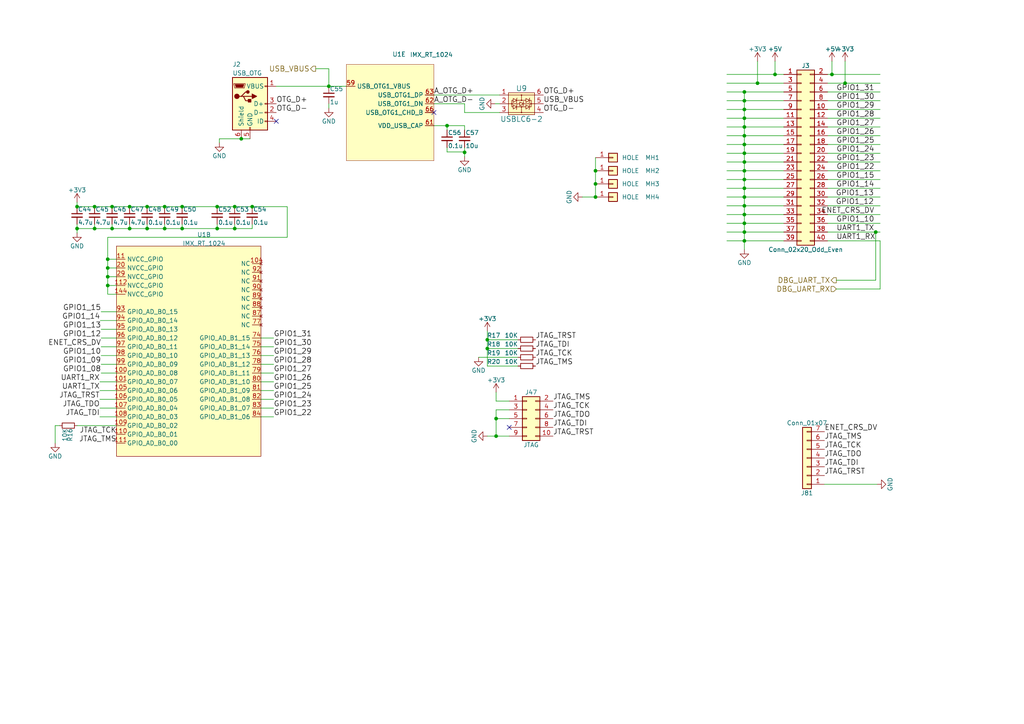
<source format=kicad_sch>
(kicad_sch (version 20211123) (generator eeschema)
  (paper "A4")
  (title_block (title "IMX-RT 1021 in LQFP144 board") (date "2018-07-07") (rev "0.1") (company "CIAA Project"))
  (lib_symbols
    (symbol "Connector:USB_OTG" (pin_names (offset 1.016))
      (property "Reference" "J" (at -5.08 11.43 0))
      (property "Value" "USB_OTG" (at -5.08 8.89 0))
      (symbol "USB_OTG_1_1"
        (pin passive line (at 7.62 5.08 180) (length 2.54) (name "VBUS") (number "1"))
        (pin bidirectional line (at 7.62 -2.54 180) (length 2.54) (name "D-") (number "2"))
        (pin bidirectional line (at 7.62 0 180) (length 2.54) (name "D+") (number "3"))
        (pin passive line (at 7.62 -5.08 180) (length 2.54) (name "ID") (number "4"))
        (pin passive line (at 0 -10.16 90) (length 2.54) (name "GND") (number "5"))
        (pin passive line (at -2.54 -10.16 90) (length 2.54) (name "Shield") (number "6"))
      )
    )
    (symbol "Connector_Generic:Conn_01x01" (pin_names (offset 1.016) hide)
      (property "Reference" "J" (at 0 2.54 0))
      (property "Value" "Conn_01x01" (at 0 -2.54 0))
      (symbol "Conn_01x01_1_1"
        (pin passive line (at -5.08 0 0) (length 3.81) (name "Pin_1") (number "1"))
      )
    )
    (symbol "Connector_Generic:Conn_01x07" (pin_names (offset 1.016) hide)
      (property "Reference" "J" (at 0 10.16 0))
      (property "Value" "Conn_01x07" (at 0 -10.16 0))
      (symbol "Conn_01x07_1_1"
        (pin passive line (at -5.08 7.62 0) (length 3.81) (name "Pin_1") (number "1"))
        (pin passive line (at -5.08 5.08 0) (length 3.81) (name "Pin_2") (number "2"))
        (pin passive line (at -5.08 2.54 0) (length 3.81) (name "Pin_3") (number "3"))
        (pin passive line (at -5.08 0 0) (length 3.81) (name "Pin_4") (number "4"))
        (pin passive line (at -5.08 -2.54 0) (length 3.81) (name "Pin_5") (number "5"))
        (pin passive line (at -5.08 -5.08 0) (length 3.81) (name "Pin_6") (number "6"))
        (pin passive line (at -5.08 -7.62 0) (length 3.81) (name "Pin_7") (number "7"))
      )
    )
    (symbol "Connector_Generic:Conn_02x05_Odd_Even" (pin_names (offset 1.016) hide)
      (property "Reference" "J" (at 1.27 7.62 0))
      (property "Value" "Conn_02x05_Odd_Even" (at 1.27 -7.62 0))
      (symbol "Conn_02x05_Odd_Even_1_1"
        (pin passive line (at -5.08 5.08 0) (length 3.81) (name "Pin_1") (number "1"))
        (pin passive line (at 7.62 -5.08 180) (length 3.81) (name "Pin_10") (number "10"))
        (pin passive line (at 7.62 5.08 180) (length 3.81) (name "Pin_2") (number "2"))
        (pin passive line (at -5.08 2.54 0) (length 3.81) (name "Pin_3") (number "3"))
        (pin passive line (at 7.62 2.54 180) (length 3.81) (name "Pin_4") (number "4"))
        (pin passive line (at -5.08 0 0) (length 3.81) (name "Pin_5") (number "5"))
        (pin passive line (at 7.62 0 180) (length 3.81) (name "Pin_6") (number "6"))
        (pin passive line (at -5.08 -2.54 0) (length 3.81) (name "Pin_7") (number "7"))
        (pin passive line (at 7.62 -2.54 180) (length 3.81) (name "Pin_8") (number "8"))
        (pin passive line (at -5.08 -5.08 0) (length 3.81) (name "Pin_9") (number "9"))
      )
    )
    (symbol "Connector_Generic:Conn_02x20_Odd_Even" (pin_names (offset 1.016) hide)
      (property "Reference" "J" (at 1.27 25.4 0))
      (property "Value" "Conn_02x20_Odd_Even" (at 1.27 -27.94 0))
      (symbol "Conn_02x20_Odd_Even_1_1"
        (pin passive line (at -5.08 22.86 0) (length 3.81) (name "Pin_1") (number "1"))
        (pin passive line (at 7.62 12.7 180) (length 3.81) (name "Pin_10") (number "10"))
        (pin passive line (at -5.08 10.16 0) (length 3.81) (name "Pin_11") (number "11"))
        (pin passive line (at 7.62 10.16 180) (length 3.81) (name "Pin_12") (number "12"))
        (pin passive line (at -5.08 7.62 0) (length 3.81) (name "Pin_13") (number "13"))
        (pin passive line (at 7.62 7.62 180) (length 3.81) (name "Pin_14") (number "14"))
        (pin passive line (at -5.08 5.08 0) (length 3.81) (name "Pin_15") (number "15"))
        (pin passive line (at 7.62 5.08 180) (length 3.81) (name "Pin_16") (number "16"))
        (pin passive line (at -5.08 2.54 0) (length 3.81) (name "Pin_17") (number "17"))
        (pin passive line (at 7.62 2.54 180) (length 3.81) (name "Pin_18") (number "18"))
        (pin passive line (at -5.08 0 0) (length 3.81) (name "Pin_19") (number "19"))
        (pin passive line (at 7.62 22.86 180) (length 3.81) (name "Pin_2") (number "2"))
        (pin passive line (at 7.62 0 180) (length 3.81) (name "Pin_20") (number "20"))
        (pin passive line (at -5.08 -2.54 0) (length 3.81) (name "Pin_21") (number "21"))
        (pin passive line (at 7.62 -2.54 180) (length 3.81) (name "Pin_22") (number "22"))
        (pin passive line (at -5.08 -5.08 0) (length 3.81) (name "Pin_23") (number "23"))
        (pin passive line (at 7.62 -5.08 180) (length 3.81) (name "Pin_24") (number "24"))
        (pin passive line (at -5.08 -7.62 0) (length 3.81) (name "Pin_25") (number "25"))
        (pin passive line (at 7.62 -7.62 180) (length 3.81) (name "Pin_26") (number "26"))
        (pin passive line (at -5.08 -10.16 0) (length 3.81) (name "Pin_27") (number "27"))
        (pin passive line (at 7.62 -10.16 180) (length 3.81) (name "Pin_28") (number "28"))
        (pin passive line (at -5.08 -12.7 0) (length 3.81) (name "Pin_29") (number "29"))
        (pin passive line (at -5.08 20.32 0) (length 3.81) (name "Pin_3") (number "3"))
        (pin passive line (at 7.62 -12.7 180) (length 3.81) (name "Pin_30") (number "30"))
        (pin passive line (at -5.08 -15.24 0) (length 3.81) (name "Pin_31") (number "31"))
        (pin passive line (at 7.62 -15.24 180) (length 3.81) (name "Pin_32") (number "32"))
        (pin passive line (at -5.08 -17.78 0) (length 3.81) (name "Pin_33") (number "33"))
        (pin passive line (at 7.62 -17.78 180) (length 3.81) (name "Pin_34") (number "34"))
        (pin passive line (at -5.08 -20.32 0) (length 3.81) (name "Pin_35") (number "35"))
        (pin passive line (at 7.62 -20.32 180) (length 3.81) (name "Pin_36") (number "36"))
        (pin passive line (at -5.08 -22.86 0) (length 3.81) (name "Pin_37") (number "37"))
        (pin passive line (at 7.62 -22.86 180) (length 3.81) (name "Pin_38") (number "38"))
        (pin passive line (at -5.08 -25.4 0) (length 3.81) (name "Pin_39") (number "39"))
        (pin passive line (at 7.62 20.32 180) (length 3.81) (name "Pin_4") (number "4"))
        (pin passive line (at 7.62 -25.4 180) (length 3.81) (name "Pin_40") (number "40"))
        (pin passive line (at -5.08 17.78 0) (length 3.81) (name "Pin_5") (number "5"))
        (pin passive line (at 7.62 17.78 180) (length 3.81) (name "Pin_6") (number "6"))
        (pin passive line (at -5.08 15.24 0) (length 3.81) (name "Pin_7") (number "7"))
        (pin passive line (at 7.62 15.24 180) (length 3.81) (name "Pin_8") (number "8"))
        (pin passive line (at -5.08 12.7 0) (length 3.81) (name "Pin_9") (number "9"))
      )
    )
    (symbol "Device:C_Small" (pin_numbers hide) (pin_names (offset 0.254) hide)
      (property "Reference" "C" (at 0.254 1.778 0))
      (property "Value" "C_Small" (at 0.254 -2.032 0))
      (symbol "C_Small_1_1"
        (pin passive line (at 0 2.54 270) (length 2.032) (name "~") (number "1"))
        (pin passive line (at 0 -2.54 90) (length 2.032) (name "~") (number "2"))
      )
    )
    (symbol "Device:R_Small" (pin_numbers hide) (pin_names (offset 0.254) hide)
      (property "Reference" "R" (at 0.762 0.508 0))
      (property "Value" "R_Small" (at 0.762 -1.016 0))
      (symbol "R_Small_1_1"
        (pin passive line (at 0 2.54 270) (length 0.762) (name "~") (number "1"))
        (pin passive line (at 0 -2.54 90) (length 0.762) (name "~") (number "2"))
      )
    )
    (symbol "IMX_RT_1024_1"
      (property "Reference" "U" (at 3.81 118.11 0))
      (property "Value" "IMX_RT_1024_1" (at 55.88 29.21 0))
      (symbol "IMX_RT_1024_1_1_1"
        (pin power_in line (at 21.59 78.74 180) (length 2.54) (name "VDD_SOC_IN") (number "102"))
        (pin power_in line (at 4.445 20.32 90) (length 2.54) (name "VSS") (number "103"))
        (pin power_in line (at 6.985 20.32 90) (length 2.54) (name "VSS") (number "113"))
        (pin power_in line (at 21.59 76.2 180) (length 2.54) (name "VDD_SOC_IN") (number "114"))
        (pin power_in line (at 21.59 73.66 180) (length 2.54) (name "VDD_SOC_IN") (number "134"))
        (pin power_in line (at 9.525 20.32 90) (length 2.54) (name "VSS") (number "135"))
        (pin power_in line (at 21.59 86.36 180) (length 2.54) (name "VDD_SOC_IN") (number "31"))
        (pin power_in line (at 21.59 83.82 180) (length 2.54) (name "VDD_SOC_IN") (number "39"))
        (pin power_in line (at -5.715 20.32 90) (length 2.54) (name "VSS") (number "40"))
        (pin power_in line (at 21.59 88.9 180) (length 2.54) (name "VDD_SOC_IN") (number "5"))
        (pin power_in line (at -15.24 71.12 0) (length 2.54) (name "VDD_SNVS_IN") (number "55"))
        (pin passive line (at 21.59 33.02 180) (length 2.54) (name "VDD_SNVS_CAP") (number "56"))
        (pin power_in line (at -8.255 20.32 90) (length 2.54) (name "VSS") (number "6"))
        (pin power_in line (at -3.175 20.32 90) (length 2.54) (name "VSS") (number "60"))
        (pin power_in line (at -15.24 64.77 0) (length 2.54) (name "NGND_KEL0") (number "64"))
        (pin passive line (at 21.59 53.34 180) (length 2.54) (name "VDD_HIGH_CAP") (number "65"))
        (pin power_in line (at -15.24 74.93 0) (length 2.54) (name "VDD_HIGH_IN") (number "69"))
        (pin power_in line (at -0.635 20.32 90) (length 2.54) (name "VSS") (number "70"))
        (pin passive line (at 21.59 40.64 180) (length 2.54) (name "NVCC_PLL") (number "72"))
        (pin power_in line (at -15.24 83.82 0) (length 2.54) (name "VDDA_ADC_3P3") (number "73"))
        (pin power_in line (at 1.905 20.32 90) (length 2.54) (name "VSS") (number "85"))
        (pin power_in line (at 21.59 81.28 180) (length 2.54) (name "VDD_SOC_IN") (number "86"))
      )
      (symbol "IMX_RT_1024_1_2_1"
        (pin bidirectional line (at -20.32 38.1 0) (length 2.54) (name "GPIO_AD_B0_08") (number "100"))
        (pin bidirectional line (at -20.32 35.56 0) (length 2.54) (name "GPIO_AD_B0_07") (number "101"))
        (pin no_connect line (at 21.59 69.85 180) (length 2.54) (name "NC") (number "104"))
        (pin bidirectional line (at -20.32 33.02 0) (length 2.54) (name "GPIO_AD_B0_06") (number "105"))
        (pin bidirectional line (at -20.32 30.48 0) (length 2.54) (name "GPIO_AD_B0_05") (number "106"))
        (pin bidirectional line (at -20.32 27.94 0) (length 2.54) (name "GPIO_AD_B0_04") (number "107"))
        (pin bidirectional line (at -20.32 25.4 0) (length 2.54) (name "GPIO_AD_B0_03") (number "108"))
        (pin bidirectional line (at -20.32 22.86 0) (length 2.54) (name "GPIO_AD_B0_02") (number "109"))
        (pin power_in line (at -20.32 71.12 0) (length 2.54) (name "NVCC_GPIO") (number "11"))
        (pin bidirectional line (at -20.32 20.32 0) (length 2.54) (name "GPIO_AD_B0_01") (number "110"))
        (pin bidirectional line (at -20.32 17.78 0) (length 2.54) (name "GPIO_AD_B0_00") (number "111"))
        (pin power_in line (at -20.32 63.5 0) (length 2.54) (name "NVCC_GPIO") (number "112"))
        (pin power_in line (at -20.32 60.96 0) (length 2.54) (name "NVCC_GPIO") (number "144"))
        (pin power_in line (at -20.32 68.58 0) (length 2.54) (name "NVCC_GPIO") (number "20"))
        (pin power_in line (at -20.32 66.04 0) (length 2.54) (name "NVCC_GPIO") (number "29"))
        (pin bidirectional line (at 21.59 48.26 180) (length 2.54) (name "GPIO_AD_B1_15") (number "74"))
        (pin bidirectional line (at 21.59 45.72 180) (length 2.54) (name "GPIO_AD_B1_14") (number "75"))
        (pin bidirectional line (at 21.59 43.18 180) (length 2.54) (name "GPIO_AD_B1_13") (number "76"))
        (pin no_connect line (at 21.59 52.07 180) (length 2.54) (name "NC") (number "77"))
        (pin bidirectional line (at 21.59 40.64 180) (length 2.54) (name "GPIO_AD_B1_12") (number "78"))
        (pin bidirectional line (at 21.59 38.1 180) (length 2.54) (name "GPIO_AD_B1_11") (number "79"))
        (pin bidirectional line (at 21.59 35.56 180) (length 2.54) (name "GPIO_AD_B1_10") (number "80"))
        (pin bidirectional line (at 21.59 33.02 180) (length 2.54) (name "GPIO_AD_B1_09") (number "81"))
        (pin bidirectional line (at 21.59 30.48 180) (length 2.54) (name "GPIO_AD_B1_08") (number "82"))
        (pin bidirectional line (at 21.59 27.94 180) (length 2.54) (name "GPIO_AD_B1_07") (number "83"))
        (pin bidirectional line (at 21.59 25.4 180) (length 2.54) (name "GPIO_AD_B1_06") (number "84"))
        (pin no_connect line (at 21.59 54.61 180) (length 2.54) (name "NC") (number "87"))
        (pin no_connect line (at 21.59 57.15 180) (length 2.54) (name "NC") (number "88"))
        (pin no_connect line (at 21.59 59.69 180) (length 2.54) (name "NC") (number "89"))
        (pin no_connect line (at 21.59 62.23 180) (length 2.54) (name "NC") (number "90"))
        (pin no_connect line (at 21.59 64.77 180) (length 2.54) (name "NC") (number "91"))
        (pin no_connect line (at 21.59 67.31 180) (length 2.54) (name "NC") (number "92"))
        (pin bidirectional line (at -20.32 55.88 0) (length 2.54) (name "GPIO_AD_B0_15") (number "93"))
        (pin bidirectional line (at -20.32 53.34 0) (length 2.54) (name "GPIO_AD_B0_14") (number "94"))
        (pin bidirectional line (at -20.32 50.8 0) (length 2.54) (name "GPIO_AD_B0_13") (number "95"))
        (pin bidirectional line (at -20.32 48.26 0) (length 2.54) (name "GPIO_AD_B0_12") (number "96"))
        (pin bidirectional line (at -20.32 45.72 0) (length 2.54) (name "GPIO_AD_B0_11") (number "97"))
        (pin bidirectional line (at -20.32 43.18 0) (length 2.54) (name "GPIO_AD_B0_10") (number "98"))
        (pin bidirectional line (at -20.32 40.64 0) (length 2.54) (name "GPIO_AD_B0_09") (number "99"))
      )
      (symbol "IMX_RT_1024_1_3_1"
        (pin bidirectional line (at 20.32 76.2 180) (length 2.54) (name "GPIO_EMC_14") (number "1"))
        (pin bidirectional line (at 20.32 93.98 180) (length 2.54) (name "GPIO_EMC_07") (number "10"))
        (pin bidirectional line (at 20.32 7.62 180) (length 2.54) (name "GPIO_EMC_41") (number "115"))
        (pin bidirectional line (at 20.32 10.16 180) (length 2.54) (name "GPIO_EMC_40") (number "116"))
        (pin bidirectional line (at 20.32 12.7 180) (length 2.54) (name "GPIO_EMC_39") (number "117"))
        (pin bidirectional line (at 20.32 15.24 180) (length 2.54) (name "GPIO_EMC_38") (number "118"))
        (pin bidirectional line (at 20.32 17.78 180) (length 2.54) (name "GPIO_EMC_37") (number "119"))
        (pin bidirectional line (at 20.32 96.52 180) (length 2.54) (name "GPIO_EMC_06") (number "12"))
        (pin bidirectional line (at 20.32 20.32 180) (length 2.54) (name "GPIO_EMC_36") (number "120"))
        (pin bidirectional line (at 20.32 22.86 180) (length 2.54) (name "GPIO_EMC_35") (number "121"))
        (pin bidirectional line (at 20.32 25.4 180) (length 2.54) (name "GPIO_EMC_34") (number "122"))
        (pin bidirectional line (at 20.32 27.94 180) (length 2.54) (name "GPIO_EMC_33") (number "123"))
        (pin bidirectional line (at 20.32 30.48 180) (length 2.54) (name "GPIO_EMC_32") (number "124"))
        (pin bidirectional line (at 20.32 33.02 180) (length 2.54) (name "GPIO_EMC_31") (number "125"))
        (pin bidirectional line (at 20.32 35.56 180) (length 2.54) (name "GPIO_EMC_30") (number "126"))
        (pin bidirectional line (at 20.32 38.1 180) (length 2.54) (name "GPIO_EMC_29") (number "127"))
        (pin bidirectional line (at 20.32 40.64 180) (length 2.54) (name "GPIO_EMC_28") (number "128"))
        (pin bidirectional line (at 20.32 43.18 180) (length 2.54) (name "GPIO_EMC_27") (number "129"))
        (pin bidirectional line (at 20.32 99.06 180) (length 2.54) (name "GPIO_EMC_05") (number "13"))
        (pin bidirectional line (at 20.32 45.72 180) (length 2.54) (name "GPIO_EMC_26") (number "130"))
        (pin bidirectional line (at 20.32 48.26 180) (length 2.54) (name "GPIO_EMC_25") (number "131"))
        (pin bidirectional line (at 20.32 50.8 180) (length 2.54) (name "GPIO_EMC_24") (number "132"))
        (pin bidirectional line (at 20.32 53.34 180) (length 2.54) (name "GPIO_EMC_23") (number "133"))
        (pin bidirectional line (at 20.32 55.88 180) (length 2.54) (name "GPIO_EMC_22") (number "136"))
        (pin bidirectional line (at 20.32 58.42 180) (length 2.54) (name "GPIO_EMC_21") (number "137"))
        (pin bidirectional line (at 20.32 60.96 180) (length 2.54) (name "GPIO_EMC_20") (number "138"))
        (pin bidirectional line (at 20.32 63.5 180) (length 2.54) (name "GPIO_EMC_19") (number "139"))
        (pin bidirectional line (at 20.32 101.6 180) (length 2.54) (name "GPIO_EMC_04") (number "14"))
        (pin bidirectional line (at 20.32 66.04 180) (length 2.54) (name "GPIO_EMC_18") (number "140"))
        (pin bidirectional line (at 20.32 68.58 180) (length 2.54) (name "GPIO_EMC_17") (number "141"))
        (pin bidirectional line (at 20.32 71.12 180) (length 2.54) (name "GPIO_EMC_16") (number "142"))
        (pin bidirectional line (at 20.32 73.66 180) (length 2.54) (name "GPIO_EMC_15") (number "143"))
        (pin bidirectional line (at 20.32 104.14 180) (length 2.54) (name "GPIO_EMC_03") (number "15"))
        (pin bidirectional line (at 20.32 106.68 180) (length 2.54) (name "GPIO_EMC_02") (number "16"))
        (pin bidirectional line (at 20.32 109.22 180) (length 2.54) (name "GPIO_EMC_01") (number "17"))
        (pin bidirectional line (at 20.32 111.76 180) (length 2.54) (name "GPIO_EMC_00") (number "18"))
        (pin bidirectional line (at 20.32 78.74 180) (length 2.54) (name "GPIO_EMC_13") (number "2"))
        (pin bidirectional line (at 20.32 81.28 180) (length 2.54) (name "GPIO_EMC_12") (number "3"))
        (pin bidirectional line (at 20.32 83.82 180) (length 2.54) (name "GPIO_EMC_11") (number "4"))
        (pin bidirectional line (at 20.32 86.36 180) (length 2.54) (name "GPIO_EMC_10") (number "7"))
        (pin bidirectional line (at 20.32 88.9 180) (length 2.54) (name "GPIO_EMC_09") (number "8"))
        (pin bidirectional line (at 20.32 91.44 180) (length 2.54) (name "GPIO_EMC_08") (number "9"))
      )
      (symbol "IMX_RT_1024_1_4_1"
        (pin bidirectional line (at 19.05 3.81 180) (length 2.54) (name "GPIO_SD_B1_11") (number "19"))
        (pin bidirectional line (at 19.05 6.35 180) (length 2.54) (name "GPIO_SD_B1_10") (number "21"))
        (pin bidirectional line (at 19.05 8.89 180) (length 2.54) (name "GPIO_SD_B1_09") (number "22"))
        (pin bidirectional line (at 19.05 11.43 180) (length 2.54) (name "GPIO_SD_B1_08") (number "23"))
        (pin bidirectional line (at 19.05 13.97 180) (length 2.54) (name "GPIO_SD_B1_07") (number "24"))
        (pin bidirectional line (at 19.05 16.51 180) (length 2.54) (name "GPIO_SD_B1_06") (number "25"))
        (pin bidirectional line (at 19.05 19.05 180) (length 2.54) (name "GPIO_SD_B1_05") (number "26"))
        (pin bidirectional line (at 19.05 21.59 180) (length 2.54) (name "GPIO_SD_B1_04") (number "27"))
        (pin bidirectional line (at 19.05 24.13 180) (length 2.54) (name "GPIO_SD_B1_03") (number "28"))
        (pin bidirectional line (at 19.05 26.67 180) (length 2.54) (name "GPIO_SD_B1_02") (number "30"))
        (pin bidirectional line (at 19.05 29.21 180) (length 2.54) (name "GPIO_SD_B1_01") (number "32"))
        (pin bidirectional line (at 19.05 31.75 180) (length 2.54) (name "GPIO_SD_B1_00") (number "33"))
        (pin bidirectional line (at 19.05 35.56 180) (length 2.54) (name "GPIO_SD_B0_06") (number "41"))
        (pin bidirectional line (at 19.05 38.1 180) (length 2.54) (name "GPIO_SD_B0_05") (number "42"))
        (pin bidirectional line (at 19.05 40.64 180) (length 2.54) (name "GPIO_SD_B0_04") (number "43"))
        (pin power_in line (at -13.97 45.72 0) (length 2.54) (name "NVCC_SD0") (number "44"))
        (pin bidirectional line (at 19.05 43.18 180) (length 2.54) (name "GPIO_SD_B0_03") (number "45"))
        (pin bidirectional line (at 19.05 45.72 180) (length 2.54) (name "GPIO_SD_B0_02") (number "46"))
        (pin bidirectional line (at 19.05 48.26 180) (length 2.54) (name "GPIO_SD_B0_01") (number "47"))
        (pin bidirectional line (at 19.05 50.8 180) (length 2.54) (name "GPIO_SD_B0_00") (number "48"))
      )
      (symbol "IMX_RT_1024_1_5_1"
        (pin bidirectional line (at -8.89 24.13 0) (length 2.54) (name "USB_OTG1_VBUS") (number "59"))
        (pin passive line (at 16.51 12.7 180) (length 2.54) (name "VDD_USB_CAP") (number "61"))
        (pin bidirectional line (at 16.51 19.05 180) (length 2.54) (name "USB_OTG1_DN") (number "62"))
        (pin bidirectional line (at 16.51 21.59 180) (length 2.54) (name "USB_OTG1_DP") (number "63"))
        (pin bidirectional line (at 16.51 16.51 180) (length 2.54) (name "USB_OTG1_CHD_B") (number "66"))
      )
      (symbol "IMX_RT_1024_1_6_1"
        (pin power_in line (at 19.05 49.53 180) (length 2.54) (name "DCDC_IN") (number "34"))
        (pin power_in line (at 19.05 13.97 180) (length 2.54) (name "DCDC_GND") (number "35"))
        (pin power_out line (at 19.05 25.4 180) (length 2.54) (name "DCDC_LP") (number "36"))
        (pin passive line (at 19.05 20.32 180) (length 2.54) (name "DCDC_PSWITCH") (number "37"))
        (pin power_in line (at 19.05 35.56 180) (length 2.54) (name "DCDC_IN_Q") (number "38"))
        (pin bidirectional line (at -15.24 53.975 0) (length 2.54) (name "ONOFF") (number "49"))
        (pin input line (at -15.24 51.435 0) (length 2.54) (name "POR_B") (number "50"))
        (pin bidirectional line (at -15.24 44.45 0) (length 2.54) (name "TEST_MODE") (number "51"))
        (pin bidirectional line (at 19.05 54.61 180) (length 2.54) (name "WAKEUP") (number "52"))
        (pin bidirectional line (at -15.24 37.465 0) (length 2.54) (name "PMIC_ON_REQ") (number "53"))
        (pin bidirectional line (at -15.24 40.005 0) (length 2.54) (name "PMIC_STBY_REQ") (number "54"))
        (pin bidirectional line (at -15.24 25.4 0) (length 2.54) (name "RTC_XTALI") (number "57"))
        (pin bidirectional line (at -15.24 22.86 0) (length 2.54) (name "RTC_XTALO") (number "58"))
        (pin bidirectional line (at -15.24 32.385 0) (length 2.54) (name "XTALI") (number "67"))
        (pin bidirectional line (at -15.24 29.845 0) (length 2.54) (name "XTALO") (number "68"))
        (pin power_in line (at -15.24 12.065 0) (length 2.54) (name "GPANAIO") (number "71"))
      )
    )
    (symbol "My 1024 Symbols:IMX_RT_1024"
      (property "Reference" "U" (at 3.81 118.11 0))
      (property "Value" "IMX_RT_1024" (at 55.88 29.21 0))
      (symbol "IMX_RT_1024_1_1"
        (pin power_in line (at 21.59 78.74 180) (length 2.54) (name "VDD_SOC_IN") (number "102"))
        (pin power_in line (at 4.445 20.32 90) (length 2.54) (name "VSS") (number "103"))
        (pin power_in line (at 6.985 20.32 90) (length 2.54) (name "VSS") (number "113"))
        (pin power_in line (at 21.59 76.2 180) (length 2.54) (name "VDD_SOC_IN") (number "114"))
        (pin power_in line (at 21.59 73.66 180) (length 2.54) (name "VDD_SOC_IN") (number "134"))
        (pin power_in line (at 9.525 20.32 90) (length 2.54) (name "VSS") (number "135"))
        (pin power_in line (at 21.59 86.36 180) (length 2.54) (name "VDD_SOC_IN") (number "31"))
        (pin power_in line (at 21.59 83.82 180) (length 2.54) (name "VDD_SOC_IN") (number "39"))
        (pin power_in line (at -5.715 20.32 90) (length 2.54) (name "VSS") (number "40"))
        (pin power_in line (at 21.59 88.9 180) (length 2.54) (name "VDD_SOC_IN") (number "5"))
        (pin power_in line (at -15.24 71.12 0) (length 2.54) (name "VDD_SNVS_IN") (number "55"))
        (pin passive line (at 21.59 33.02 180) (length 2.54) (name "VDD_SNVS_CAP") (number "56"))
        (pin power_in line (at -8.255 20.32 90) (length 2.54) (name "VSS") (number "6"))
        (pin power_in line (at -3.175 20.32 90) (length 2.54) (name "VSS") (number "60"))
        (pin power_in line (at -15.24 64.77 0) (length 2.54) (name "NGND_KEL0") (number "64"))
        (pin passive line (at 21.59 53.34 180) (length 2.54) (name "VDD_HIGH_CAP") (number "65"))
        (pin power_in line (at -15.24 74.93 0) (length 2.54) (name "VDD_HIGH_IN") (number "69"))
        (pin power_in line (at -0.635 20.32 90) (length 2.54) (name "VSS") (number "70"))
        (pin passive line (at 21.59 40.64 180) (length 2.54) (name "NVCC_PLL") (number "72"))
        (pin power_in line (at -15.24 83.82 0) (length 2.54) (name "VDDA_ADC_3P3") (number "73"))
        (pin power_in line (at 1.905 20.32 90) (length 2.54) (name "VSS") (number "85"))
        (pin power_in line (at 21.59 81.28 180) (length 2.54) (name "VDD_SOC_IN") (number "86"))
      )
      (symbol "IMX_RT_1024_2_1"
        (pin bidirectional line (at -20.32 38.1 0) (length 2.54) (name "GPIO_AD_B0_08") (number "100"))
        (pin bidirectional line (at -20.32 35.56 0) (length 2.54) (name "GPIO_AD_B0_07") (number "101"))
        (pin no_connect line (at 21.59 69.85 180) (length 2.54) (name "NC") (number "104"))
        (pin bidirectional line (at -20.32 33.02 0) (length 2.54) (name "GPIO_AD_B0_06") (number "105"))
        (pin bidirectional line (at -20.32 30.48 0) (length 2.54) (name "GPIO_AD_B0_05") (number "106"))
        (pin bidirectional line (at -20.32 27.94 0) (length 2.54) (name "GPIO_AD_B0_04") (number "107"))
        (pin bidirectional line (at -20.32 25.4 0) (length 2.54) (name "GPIO_AD_B0_03") (number "108"))
        (pin bidirectional line (at -20.32 22.86 0) (length 2.54) (name "GPIO_AD_B0_02") (number "109"))
        (pin power_in line (at -20.32 71.12 0) (length 2.54) (name "NVCC_GPIO") (number "11"))
        (pin bidirectional line (at -20.32 20.32 0) (length 2.54) (name "GPIO_AD_B0_01") (number "110"))
        (pin bidirectional line (at -20.32 17.78 0) (length 2.54) (name "GPIO_AD_B0_00") (number "111"))
        (pin power_in line (at -20.32 63.5 0) (length 2.54) (name "NVCC_GPIO") (number "112"))
        (pin power_in line (at -20.32 60.96 0) (length 2.54) (name "NVCC_GPIO") (number "144"))
        (pin power_in line (at -20.32 68.58 0) (length 2.54) (name "NVCC_GPIO") (number "20"))
        (pin power_in line (at -20.32 66.04 0) (length 2.54) (name "NVCC_GPIO") (number "29"))
        (pin bidirectional line (at 21.59 48.26 180) (length 2.54) (name "GPIO_AD_B1_15") (number "74"))
        (pin bidirectional line (at 21.59 45.72 180) (length 2.54) (name "GPIO_AD_B1_14") (number "75"))
        (pin bidirectional line (at 21.59 43.18 180) (length 2.54) (name "GPIO_AD_B1_13") (number "76"))
        (pin no_connect line (at 21.59 52.07 180) (length 2.54) (name "NC") (number "77"))
        (pin bidirectional line (at 21.59 40.64 180) (length 2.54) (name "GPIO_AD_B1_12") (number "78"))
        (pin bidirectional line (at 21.59 38.1 180) (length 2.54) (name "GPIO_AD_B1_11") (number "79"))
        (pin bidirectional line (at 21.59 35.56 180) (length 2.54) (name "GPIO_AD_B1_10") (number "80"))
        (pin bidirectional line (at 21.59 33.02 180) (length 2.54) (name "GPIO_AD_B1_09") (number "81"))
        (pin bidirectional line (at 21.59 30.48 180) (length 2.54) (name "GPIO_AD_B1_08") (number "82"))
        (pin bidirectional line (at 21.59 27.94 180) (length 2.54) (name "GPIO_AD_B1_07") (number "83"))
        (pin bidirectional line (at 21.59 25.4 180) (length 2.54) (name "GPIO_AD_B1_06") (number "84"))
        (pin no_connect line (at 21.59 54.61 180) (length 2.54) (name "NC") (number "87"))
        (pin no_connect line (at 21.59 57.15 180) (length 2.54) (name "NC") (number "88"))
        (pin no_connect line (at 21.59 59.69 180) (length 2.54) (name "NC") (number "89"))
        (pin no_connect line (at 21.59 62.23 180) (length 2.54) (name "NC") (number "90"))
        (pin no_connect line (at 21.59 64.77 180) (length 2.54) (name "NC") (number "91"))
        (pin no_connect line (at 21.59 67.31 180) (length 2.54) (name "NC") (number "92"))
        (pin bidirectional line (at -20.32 55.88 0) (length 2.54) (name "GPIO_AD_B0_15") (number "93"))
        (pin bidirectional line (at -20.32 53.34 0) (length 2.54) (name "GPIO_AD_B0_14") (number "94"))
        (pin bidirectional line (at -20.32 50.8 0) (length 2.54) (name "GPIO_AD_B0_13") (number "95"))
        (pin bidirectional line (at -20.32 48.26 0) (length 2.54) (name "GPIO_AD_B0_12") (number "96"))
        (pin bidirectional line (at -20.32 45.72 0) (length 2.54) (name "GPIO_AD_B0_11") (number "97"))
        (pin bidirectional line (at -20.32 43.18 0) (length 2.54) (name "GPIO_AD_B0_10") (number "98"))
        (pin bidirectional line (at -20.32 40.64 0) (length 2.54) (name "GPIO_AD_B0_09") (number "99"))
      )
      (symbol "IMX_RT_1024_3_1"
        (pin bidirectional line (at 20.32 76.2 180) (length 2.54) (name "GPIO_EMC_14") (number "1"))
        (pin bidirectional line (at 20.32 93.98 180) (length 2.54) (name "GPIO_EMC_07") (number "10"))
        (pin bidirectional line (at 20.32 7.62 180) (length 2.54) (name "GPIO_EMC_41") (number "115"))
        (pin bidirectional line (at 20.32 10.16 180) (length 2.54) (name "GPIO_EMC_40") (number "116"))
        (pin bidirectional line (at 20.32 12.7 180) (length 2.54) (name "GPIO_EMC_39") (number "117"))
        (pin bidirectional line (at 20.32 15.24 180) (length 2.54) (name "GPIO_EMC_38") (number "118"))
        (pin bidirectional line (at 20.32 17.78 180) (length 2.54) (name "GPIO_EMC_37") (number "119"))
        (pin bidirectional line (at 20.32 96.52 180) (length 2.54) (name "GPIO_EMC_06") (number "12"))
        (pin bidirectional line (at 20.32 20.32 180) (length 2.54) (name "GPIO_EMC_36") (number "120"))
        (pin bidirectional line (at 20.32 22.86 180) (length 2.54) (name "GPIO_EMC_35") (number "121"))
        (pin bidirectional line (at 20.32 25.4 180) (length 2.54) (name "GPIO_EMC_34") (number "122"))
        (pin bidirectional line (at 20.32 27.94 180) (length 2.54) (name "GPIO_EMC_33") (number "123"))
        (pin bidirectional line (at 20.32 30.48 180) (length 2.54) (name "GPIO_EMC_32") (number "124"))
        (pin bidirectional line (at 20.32 33.02 180) (length 2.54) (name "GPIO_EMC_31") (number "125"))
        (pin bidirectional line (at 20.32 35.56 180) (length 2.54) (name "GPIO_EMC_30") (number "126"))
        (pin bidirectional line (at 20.32 38.1 180) (length 2.54) (name "GPIO_EMC_29") (number "127"))
        (pin bidirectional line (at 20.32 40.64 180) (length 2.54) (name "GPIO_EMC_28") (number "128"))
        (pin bidirectional line (at 20.32 43.18 180) (length 2.54) (name "GPIO_EMC_27") (number "129"))
        (pin bidirectional line (at 20.32 99.06 180) (length 2.54) (name "GPIO_EMC_05") (number "13"))
        (pin bidirectional line (at 20.32 45.72 180) (length 2.54) (name "GPIO_EMC_26") (number "130"))
        (pin bidirectional line (at 20.32 48.26 180) (length 2.54) (name "GPIO_EMC_25") (number "131"))
        (pin bidirectional line (at 20.32 50.8 180) (length 2.54) (name "GPIO_EMC_24") (number "132"))
        (pin bidirectional line (at 20.32 53.34 180) (length 2.54) (name "GPIO_EMC_23") (number "133"))
        (pin bidirectional line (at 20.32 55.88 180) (length 2.54) (name "GPIO_EMC_22") (number "136"))
        (pin bidirectional line (at 20.32 58.42 180) (length 2.54) (name "GPIO_EMC_21") (number "137"))
        (pin bidirectional line (at 20.32 60.96 180) (length 2.54) (name "GPIO_EMC_20") (number "138"))
        (pin bidirectional line (at 20.32 63.5 180) (length 2.54) (name "GPIO_EMC_19") (number "139"))
        (pin bidirectional line (at 20.32 101.6 180) (length 2.54) (name "GPIO_EMC_04") (number "14"))
        (pin bidirectional line (at 20.32 66.04 180) (length 2.54) (name "GPIO_EMC_18") (number "140"))
        (pin bidirectional line (at 20.32 68.58 180) (length 2.54) (name "GPIO_EMC_17") (number "141"))
        (pin bidirectional line (at 20.32 71.12 180) (length 2.54) (name "GPIO_EMC_16") (number "142"))
        (pin bidirectional line (at 20.32 73.66 180) (length 2.54) (name "GPIO_EMC_15") (number "143"))
        (pin bidirectional line (at 20.32 104.14 180) (length 2.54) (name "GPIO_EMC_03") (number "15"))
        (pin bidirectional line (at 20.32 106.68 180) (length 2.54) (name "GPIO_EMC_02") (number "16"))
        (pin bidirectional line (at 20.32 109.22 180) (length 2.54) (name "GPIO_EMC_01") (number "17"))
        (pin bidirectional line (at 20.32 111.76 180) (length 2.54) (name "GPIO_EMC_00") (number "18"))
        (pin bidirectional line (at 20.32 78.74 180) (length 2.54) (name "GPIO_EMC_13") (number "2"))
        (pin bidirectional line (at 20.32 81.28 180) (length 2.54) (name "GPIO_EMC_12") (number "3"))
        (pin bidirectional line (at 20.32 83.82 180) (length 2.54) (name "GPIO_EMC_11") (number "4"))
        (pin bidirectional line (at 20.32 86.36 180) (length 2.54) (name "GPIO_EMC_10") (number "7"))
        (pin bidirectional line (at 20.32 88.9 180) (length 2.54) (name "GPIO_EMC_09") (number "8"))
        (pin bidirectional line (at 20.32 91.44 180) (length 2.54) (name "GPIO_EMC_08") (number "9"))
      )
      (symbol "IMX_RT_1024_4_1"
        (pin bidirectional line (at 19.05 3.81 180) (length 2.54) (name "GPIO_SD_B1_11") (number "19"))
        (pin bidirectional line (at 19.05 6.35 180) (length 2.54) (name "GPIO_SD_B1_10") (number "21"))
        (pin bidirectional line (at 19.05 8.89 180) (length 2.54) (name "GPIO_SD_B1_09") (number "22"))
        (pin bidirectional line (at 19.05 11.43 180) (length 2.54) (name "GPIO_SD_B1_08") (number "23"))
        (pin bidirectional line (at 19.05 13.97 180) (length 2.54) (name "GPIO_SD_B1_07") (number "24"))
        (pin bidirectional line (at 19.05 16.51 180) (length 2.54) (name "GPIO_SD_B1_06") (number "25"))
        (pin bidirectional line (at 19.05 19.05 180) (length 2.54) (name "GPIO_SD_B1_05") (number "26"))
        (pin bidirectional line (at 19.05 21.59 180) (length 2.54) (name "GPIO_SD_B1_04") (number "27"))
        (pin bidirectional line (at 19.05 24.13 180) (length 2.54) (name "GPIO_SD_B1_03") (number "28"))
        (pin bidirectional line (at 19.05 26.67 180) (length 2.54) (name "GPIO_SD_B1_02") (number "30"))
        (pin bidirectional line (at 19.05 29.21 180) (length 2.54) (name "GPIO_SD_B1_01") (number "32"))
        (pin bidirectional line (at 19.05 31.75 180) (length 2.54) (name "GPIO_SD_B1_00") (number "33"))
        (pin bidirectional line (at 19.05 35.56 180) (length 2.54) (name "GPIO_SD_B0_06") (number "41"))
        (pin bidirectional line (at 19.05 38.1 180) (length 2.54) (name "GPIO_SD_B0_05") (number "42"))
        (pin bidirectional line (at 19.05 40.64 180) (length 2.54) (name "GPIO_SD_B0_04") (number "43"))
        (pin power_in line (at -13.97 45.72 0) (length 2.54) (name "NVCC_SD0") (number "44"))
        (pin bidirectional line (at 19.05 43.18 180) (length 2.54) (name "GPIO_SD_B0_03") (number "45"))
        (pin bidirectional line (at 19.05 45.72 180) (length 2.54) (name "GPIO_SD_B0_02") (number "46"))
        (pin bidirectional line (at 19.05 48.26 180) (length 2.54) (name "GPIO_SD_B0_01") (number "47"))
        (pin bidirectional line (at 19.05 50.8 180) (length 2.54) (name "GPIO_SD_B0_00") (number "48"))
      )
      (symbol "IMX_RT_1024_5_1"
        (pin bidirectional line (at -8.89 24.13 0) (length 2.54) (name "USB_OTG1_VBUS") (number "59"))
        (pin passive line (at 16.51 12.7 180) (length 2.54) (name "VDD_USB_CAP") (number "61"))
        (pin bidirectional line (at 16.51 19.05 180) (length 2.54) (name "USB_OTG1_DN") (number "62"))
        (pin bidirectional line (at 16.51 21.59 180) (length 2.54) (name "USB_OTG1_DP") (number "63"))
        (pin bidirectional line (at 16.51 16.51 180) (length 2.54) (name "USB_OTG1_CHD_B") (number "66"))
      )
      (symbol "IMX_RT_1024_6_1"
        (pin power_in line (at 19.05 49.53 180) (length 2.54) (name "DCDC_IN") (number "34"))
        (pin power_in line (at 19.05 13.97 180) (length 2.54) (name "DCDC_GND") (number "35"))
        (pin power_out line (at 19.05 25.4 180) (length 2.54) (name "DCDC_LP") (number "36"))
        (pin passive line (at 19.05 20.32 180) (length 2.54) (name "DCDC_PSWITCH") (number "37"))
        (pin power_in line (at 19.05 35.56 180) (length 2.54) (name "DCDC_IN_Q") (number "38"))
        (pin bidirectional line (at -15.24 53.975 0) (length 2.54) (name "ONOFF") (number "49"))
        (pin input line (at -15.24 51.435 0) (length 2.54) (name "POR_B") (number "50"))
        (pin bidirectional line (at -15.24 44.45 0) (length 2.54) (name "TEST_MODE") (number "51"))
        (pin bidirectional line (at 19.05 54.61 180) (length 2.54) (name "WAKEUP") (number "52"))
        (pin bidirectional line (at -15.24 37.465 0) (length 2.54) (name "PMIC_ON_REQ") (number "53"))
        (pin bidirectional line (at -15.24 40.005 0) (length 2.54) (name "PMIC_STBY_REQ") (number "54"))
        (pin bidirectional line (at -15.24 25.4 0) (length 2.54) (name "RTC_XTALI") (number "57"))
        (pin bidirectional line (at -15.24 22.86 0) (length 2.54) (name "RTC_XTALO") (number "58"))
        (pin bidirectional line (at -15.24 32.385 0) (length 2.54) (name "XTALI") (number "67"))
        (pin bidirectional line (at -15.24 29.845 0) (length 2.54) (name "XTALO") (number "68"))
        (pin power_in line (at -15.24 12.065 0) (length 2.54) (name "GPANAIO") (number "71"))
      )
    )
    (symbol "power:+3.3V" (power) (pin_names (offset 0))
      (property "Value" "+3.3V" (at 0 3.556 0))
      (symbol "+3.3V_1_1"
        (pin power_in line (at 0 0 90) (length 0) hide (name "+3V3") (number "1"))
      )
    )
    (symbol "power:+5V" (power) (pin_names (offset 0))
      (property "Value" "+5V" (at 0 3.556 0))
      (symbol "+5V_1_1"
        (pin power_in line (at 0 0 90) (length 0) hide (name "+5V") (number "1"))
      )
    )
    (symbol "power:GND" (power) (pin_names (offset 0))
      (property "Value" "GND" (at 0 -3.81 0))
      (symbol "GND_1_1"
        (pin power_in line (at 0 0 270) (length 0) hide (name "GND") (number "1"))
      )
    )
    (symbol "usblc6-2:USBLC6-2" (pin_names (offset 1.016))
      (property "Reference" "U" (at 0 4.445 0))
      (property "Value" "USBLC6-2" (at 0 -4.445 0))
      (symbol "USBLC6-2_1_1"
        (pin bidirectional line (at -6.35 2.54 0) (length 2.54) (name "~") (number "1"))
        (pin bidirectional line (at -6.35 0 0) (length 2.54) (name "~") (number "2"))
        (pin bidirectional line (at -6.35 -2.54 0) (length 2.54) (name "~") (number "3"))
        (pin bidirectional line (at 6.35 -2.54 180) (length 2.54) (name "~") (number "4"))
        (pin bidirectional line (at 6.35 0 180) (length 2.54) (name "~") (number "5"))
        (pin bidirectional line (at 6.35 2.54 180) (length 2.54) (name "~") (number "6"))
      )
    )
  )
  (junction (at 62.992 66.294))
  (junction (at 215.9 59.69))
  (junction (at 52.832 66.294))
  (junction (at 143.891 121.412))
  (junction (at 215.9 64.77))
  (junction (at 215.9 26.67))
  (junction (at 69.977 40.259))
  (junction (at 37.592 59.944))
  (junction (at 52.832 59.944))
  (junction (at 172.72 49.53))
  (junction (at 141.351 101.092))
  (junction (at 22.352 66.294))
  (junction (at 215.9 31.75))
  (junction (at 215.9 41.91))
  (junction (at 27.432 59.944))
  (junction (at 215.9 49.53))
  (junction (at 215.9 44.45))
  (junction (at 215.9 34.29))
  (junction (at 62.992 59.944))
  (junction (at 215.9 52.07))
  (junction (at 215.9 36.83))
  (junction (at 224.79 21.59))
  (junction (at 215.9 69.85))
  (junction (at 47.752 66.294))
  (junction (at 32.512 66.294))
  (junction (at 215.9 29.21))
  (junction (at 31.242 75.184))
  (junction (at 215.9 67.31))
  (junction (at 31.242 80.264))
  (junction (at 215.9 62.23))
  (junction (at 172.72 53.34))
  (junction (at 215.9 54.61))
  (junction (at 241.3 21.59))
  (junction (at 68.072 59.944))
  (junction (at 73.152 59.944))
  (junction (at 27.432 66.294))
  (junction (at 141.351 98.552))
  (junction (at 134.747 44.196))
  (junction (at 22.352 59.944))
  (junction (at 31.242 77.724))
  (junction (at 172.72 57.15))
  (junction (at 47.752 59.944))
  (junction (at 37.592 66.294))
  (junction (at 129.667 36.449))
  (junction (at 245.11 24.13))
  (junction (at 254 67.31))
  (junction (at 215.9 39.37))
  (junction (at 68.072 66.294))
  (junction (at 31.242 82.804))
  (junction (at 215.9 57.15))
  (junction (at 215.9 46.99))
  (junction (at 42.672 66.294))
  (junction (at 219.71 24.13))
  (junction (at 143.891 126.492))
  (junction (at 42.672 59.944))
  (junction (at 32.512 59.944))
  (junction (at 95.377 25.019))
  (no_connect (at 125.857 32.639))
  (no_connect (at 147.701 123.952))
  (no_connect (at 80.137 35.179))
  (wire (pts (xy 95.377 25.019) (xy 100.457 25.019)))
  (wire (pts (xy 63.627 40.259) (xy 69.977 40.259)))
  (wire (pts (xy 31.242 82.804) (xy 31.242 85.344)))
  (wire (pts (xy 31.242 77.724) (xy 33.782 77.724)))
  (wire (pts (xy 215.9 41.91) (xy 215.9 44.45)))
  (wire (pts (xy 210.82 21.59) (xy 224.79 21.59)))
  (wire (pts (xy 215.9 59.69) (xy 215.9 62.23)))
  (wire (pts (xy 210.82 31.75) (xy 215.9 31.75)))
  (wire (pts (xy 224.79 17.78) (xy 224.79 21.59)))
  (wire (pts (xy 22.352 58.674) (xy 22.352 59.944)))
  (wire (pts (xy 215.9 44.45) (xy 215.9 46.99)))
  (wire (pts (xy 240.03 41.91) (xy 255.27 41.91)))
  (wire (pts (xy 215.9 54.61) (xy 215.9 57.15)))
  (wire (pts (xy 27.432 59.944) (xy 32.512 59.944)))
  (wire (pts (xy 215.9 46.99) (xy 215.9 49.53)))
  (wire (pts (xy 37.592 59.944) (xy 42.672 59.944)))
  (wire (pts (xy 215.9 36.83) (xy 227.33 36.83)))
  (wire (pts (xy 210.82 26.67) (xy 215.9 26.67)))
  (wire (pts (xy 239.141 140.462) (xy 254.381 140.462)))
  (wire (pts (xy 31.242 75.184) (xy 33.782 75.184)))
  (wire (pts (xy 141.351 98.552) (xy 141.351 101.092)))
  (wire (pts (xy 80.137 25.019) (xy 95.377 25.019)))
  (wire (pts (xy 224.79 21.59) (xy 227.33 21.59)))
  (wire (pts (xy 240.03 69.85) (xy 255.27 69.85)))
  (wire (pts (xy 28.956 120.904) (xy 33.782 120.904)))
  (wire (pts (xy 91.567 19.939) (xy 95.377 19.939)))
  (wire (pts (xy 75.692 103.124) (xy 79.375 103.124)))
  (wire (pts (xy 28.956 113.284) (xy 33.782 113.284)))
  (wire (pts (xy 29.337 103.124) (xy 33.782 103.124)))
  (wire (pts (xy 28.956 115.824) (xy 33.782 115.824)))
  (wire (pts (xy 134.747 42.799) (xy 134.747 44.069)))
  (wire (pts (xy 215.9 49.53) (xy 215.9 52.07)))
  (wire (pts (xy 95.377 30.099) (xy 95.377 31.369)))
  (wire (pts (xy 210.82 52.07) (xy 215.9 52.07)))
  (wire (pts (xy 240.03 44.45) (xy 255.27 44.45)))
  (wire (pts (xy 210.82 41.91) (xy 215.9 41.91)))
  (wire (pts (xy 75.692 118.364) (xy 79.375 118.364)))
  (wire (pts (xy 215.9 59.69) (xy 227.33 59.69)))
  (wire (pts (xy 141.351 96.012) (xy 141.351 98.552)))
  (wire (pts (xy 215.9 49.53) (xy 227.33 49.53)))
  (wire (pts (xy 29.337 100.584) (xy 33.782 100.584)))
  (wire (pts (xy 219.71 24.13) (xy 227.33 24.13)))
  (wire (pts (xy 240.03 31.75) (xy 255.27 31.75)))
  (wire (pts (xy 83.312 68.834) (xy 31.242 68.834)))
  (wire (pts (xy 68.072 66.294) (xy 68.072 65.024)))
  (wire (pts (xy 68.072 59.944) (xy 73.152 59.944)))
  (wire (pts (xy 22.352 65.024) (xy 22.352 66.294)))
  (wire (pts (xy 141.351 106.172) (xy 150.241 106.172)))
  (wire (pts (xy 42.672 59.944) (xy 47.752 59.944)))
  (wire (pts (xy 31.242 75.184) (xy 31.242 77.724)))
  (wire (pts (xy 210.82 59.69) (xy 215.9 59.69)))
  (wire (pts (xy 240.03 62.23) (xy 255.27 62.23)))
  (wire (pts (xy 240.03 24.13) (xy 245.11 24.13)))
  (wire (pts (xy 129.667 37.719) (xy 129.667 36.449)))
  (wire (pts (xy 68.072 66.294) (xy 73.152 66.294)))
  (wire (pts (xy 210.82 36.83) (xy 215.9 36.83)))
  (wire (pts (xy 52.832 66.294) (xy 62.992 66.294)))
  (wire (pts (xy 215.9 54.61) (xy 227.33 54.61)))
  (wire (pts (xy 75.692 98.044) (xy 79.375 98.044)))
  (wire (pts (xy 52.832 59.944) (xy 62.992 59.944)))
  (wire (pts (xy 241.3 21.59) (xy 255.27 21.59)))
  (wire (pts (xy 37.592 66.294) (xy 42.672 66.294)))
  (wire (pts (xy 210.82 62.23) (xy 215.9 62.23)))
  (wire (pts (xy 147.701 116.332) (xy 143.891 116.332)))
  (wire (pts (xy 47.752 59.944) (xy 52.832 59.944)))
  (wire (pts (xy 215.9 67.31) (xy 215.9 69.85)))
  (wire (pts (xy 134.747 30.099) (xy 134.747 32.639)))
  (wire (pts (xy 75.692 115.824) (xy 79.375 115.824)))
  (wire (pts (xy 240.03 52.07) (xy 255.27 52.07)))
  (wire (pts (xy 241.3 17.78) (xy 241.3 21.59)))
  (wire (pts (xy 83.312 59.944) (xy 83.312 68.834)))
  (wire (pts (xy 215.9 57.15) (xy 227.33 57.15)))
  (wire (pts (xy 28.956 118.364) (xy 33.782 118.364)))
  (wire (pts (xy 255.27 69.85) (xy 255.27 83.82)))
  (wire (pts (xy 240.03 26.67) (xy 255.27 26.67)))
  (wire (pts (xy 240.03 36.83) (xy 255.27 36.83)))
  (wire (pts (xy 210.82 24.13) (xy 219.71 24.13)))
  (wire (pts (xy 31.242 82.804) (xy 33.782 82.804)))
  (wire (pts (xy 210.82 67.31) (xy 215.9 67.31)))
  (wire (pts (xy 215.9 31.75) (xy 215.9 34.29)))
  (wire (pts (xy 75.692 105.664) (xy 79.375 105.664)))
  (wire (pts (xy 147.701 118.872) (xy 143.891 118.872)))
  (wire (pts (xy 75.692 113.284) (xy 79.375 113.284)))
  (wire (pts (xy 240.03 39.37) (xy 255.27 39.37)))
  (wire (pts (xy 215.9 39.37) (xy 215.9 41.91)))
  (wire (pts (xy 143.891 116.332) (xy 143.891 113.792)))
  (wire (pts (xy 215.9 44.45) (xy 227.33 44.45)))
  (wire (pts (xy 215.9 46.99) (xy 227.33 46.99)))
  (wire (pts (xy 210.82 39.37) (xy 215.9 39.37)))
  (wire (pts (xy 240.03 57.15) (xy 255.27 57.15)))
  (wire (pts (xy 172.72 53.34) (xy 172.72 57.15)))
  (wire (pts (xy 129.667 44.069) (xy 134.747 44.069)))
  (wire (pts (xy 31.242 68.834) (xy 31.242 75.184)))
  (wire (pts (xy 215.9 26.67) (xy 227.33 26.67)))
  (wire (pts (xy 143.891 121.412) (xy 143.891 126.492)))
  (wire (pts (xy 75.692 110.744) (xy 79.375 110.744)))
  (wire (pts (xy 134.747 32.639) (xy 144.907 32.639)))
  (wire (pts (xy 22.352 66.294) (xy 22.352 67.564)))
  (wire (pts (xy 215.9 52.07) (xy 215.9 54.61)))
  (wire (pts (xy 210.82 29.21) (xy 215.9 29.21)))
  (wire (pts (xy 63.627 41.402) (xy 63.627 40.259)))
  (wire (pts (xy 242.57 81.28) (xy 254 81.28)))
  (wire (pts (xy 29.337 90.424) (xy 33.782 90.424)))
  (wire (pts (xy 129.667 42.799) (xy 129.667 44.069)))
  (wire (pts (xy 29.337 108.204) (xy 33.782 108.204)))
  (wire (pts (xy 141.351 126.492) (xy 143.891 126.492)))
  (wire (pts (xy 240.03 59.69) (xy 255.27 59.69)))
  (wire (pts (xy 215.9 64.77) (xy 215.9 67.31)))
  (wire (pts (xy 125.857 30.099) (xy 134.747 30.099)))
  (wire (pts (xy 215.9 67.31) (xy 227.33 67.31)))
  (wire (pts (xy 27.432 65.024) (xy 27.432 66.294)))
  (wire (pts (xy 125.857 36.449) (xy 129.667 36.449)))
  (wire (pts (xy 210.82 69.85) (xy 215.9 69.85)))
  (wire (pts (xy 69.977 40.259) (xy 72.517 40.259)))
  (wire (pts (xy 240.03 21.59) (xy 241.3 21.59)))
  (wire (pts (xy 125.857 27.559) (xy 144.907 27.559)))
  (wire (pts (xy 42.672 66.294) (xy 47.752 66.294)))
  (wire (pts (xy 73.152 66.294) (xy 73.152 65.024)))
  (wire (pts (xy 462.28 139.7) (xy 462.28 140.97)))
  (wire (pts (xy 210.82 49.53) (xy 215.9 49.53)))
  (wire (pts (xy 143.891 118.872) (xy 143.891 121.412)))
  (wire (pts (xy 210.82 54.61) (xy 215.9 54.61)))
  (wire (pts (xy 138.811 103.632) (xy 150.241 103.632)))
  (wire (pts (xy 215.9 62.23) (xy 215.9 64.77)))
  (wire (pts (xy 75.692 108.204) (xy 79.375 108.204)))
  (wire (pts (xy 215.9 39.37) (xy 227.33 39.37)))
  (wire (pts (xy 172.72 57.15) (xy 168.91 57.15)))
  (wire (pts (xy 42.672 66.294) (xy 42.672 65.024)))
  (wire (pts (xy 245.11 24.13) (xy 255.27 24.13)))
  (wire (pts (xy 27.432 66.294) (xy 32.512 66.294)))
  (wire (pts (xy 32.512 59.944) (xy 37.592 59.944)))
  (wire (pts (xy 255.27 83.82) (xy 242.57 83.82)))
  (wire (pts (xy 141.351 101.092) (xy 150.241 101.092)))
  (wire (pts (xy 147.701 121.412) (xy 143.891 121.412)))
  (wire (pts (xy 47.752 66.294) (xy 47.752 65.024)))
  (wire (pts (xy 215.9 62.23) (xy 227.33 62.23)))
  (wire (pts (xy 245.11 17.78) (xy 245.11 24.13)))
  (wire (pts (xy 37.592 66.294) (xy 37.592 65.024)))
  (wire (pts (xy 210.82 46.99) (xy 215.9 46.99)))
  (wire (pts (xy 215.9 31.75) (xy 227.33 31.75)))
  (wire (pts (xy 215.9 26.67) (xy 215.9 29.21)))
  (wire (pts (xy 75.692 120.904) (xy 79.375 120.904)))
  (wire (pts (xy 62.992 66.294) (xy 68.072 66.294)))
  (wire (pts (xy 172.72 49.53) (xy 172.72 53.34)))
  (wire (pts (xy 28.956 110.744) (xy 33.782 110.744)))
  (wire (pts (xy 29.337 98.044) (xy 33.782 98.044)))
  (wire (pts (xy 141.351 101.092) (xy 141.351 106.172)))
  (wire (pts (xy 215.9 34.29) (xy 215.9 36.83)))
  (wire (pts (xy 62.992 66.294) (xy 62.992 65.024)))
  (wire (pts (xy 32.512 66.294) (xy 32.512 65.024)))
  (wire (pts (xy 29.337 95.504) (xy 33.782 95.504)))
  (wire (pts (xy 95.377 19.939) (xy 95.377 25.019)))
  (wire (pts (xy 134.747 36.449) (xy 134.747 37.719)))
  (wire (pts (xy 215.9 41.91) (xy 227.33 41.91)))
  (wire (pts (xy 210.82 57.15) (xy 215.9 57.15)))
  (wire (pts (xy 22.352 66.294) (xy 27.432 66.294)))
  (wire (pts (xy 16.002 123.444) (xy 16.002 128.524)))
  (wire (pts (xy 210.82 44.45) (xy 215.9 44.45)))
  (wire (pts (xy 215.9 29.21) (xy 215.9 31.75)))
  (wire (pts (xy 31.242 80.264) (xy 33.782 80.264)))
  (wire (pts (xy 31.242 77.724) (xy 31.242 80.264)))
  (wire (pts (xy 240.03 67.31) (xy 254 67.31)))
  (wire (pts (xy 210.82 34.29) (xy 215.9 34.29)))
  (wire (pts (xy 17.272 123.444) (xy 16.002 123.444)))
  (wire (pts (xy 31.242 80.264) (xy 31.242 82.804)))
  (wire (pts (xy 240.03 49.53) (xy 255.27 49.53)))
  (wire (pts (xy 215.9 69.85) (xy 227.33 69.85)))
  (wire (pts (xy 143.891 126.492) (xy 147.701 126.492)))
  (wire (pts (xy 172.72 45.72) (xy 172.72 49.53)))
  (wire (pts (xy 210.82 64.77) (xy 215.9 64.77)))
  (wire (pts (xy 215.9 69.85) (xy 215.9 72.39)))
  (wire (pts (xy 22.352 123.444) (xy 33.782 123.444)))
  (wire (pts (xy 143.637 30.099) (xy 144.907 30.099)))
  (wire (pts (xy 215.9 52.07) (xy 227.33 52.07)))
  (wire (pts (xy 31.242 85.344) (xy 33.782 85.344)))
  (wire (pts (xy 215.9 34.29) (xy 227.33 34.29)))
  (wire (pts (xy 75.692 100.584) (xy 79.375 100.584)))
  (wire (pts (xy 29.337 105.664) (xy 33.782 105.664)))
  (wire (pts (xy 32.512 66.294) (xy 37.592 66.294)))
  (wire (pts (xy 240.03 29.21) (xy 255.27 29.21)))
  (wire (pts (xy 254 81.28) (xy 254 67.31)))
  (wire (pts (xy 215.9 57.15) (xy 215.9 59.69)))
  (wire (pts (xy 240.03 46.99) (xy 255.27 46.99)))
  (wire (pts (xy 240.03 54.61) (xy 255.27 54.61)))
  (wire (pts (xy 22.352 59.944) (xy 27.432 59.944)))
  (wire (pts (xy 240.03 34.29) (xy 255.27 34.29)))
  (wire (pts (xy 215.9 64.77) (xy 227.33 64.77)))
  (wire (pts (xy 134.747 44.196) (xy 134.747 45.466)))
  (wire (pts (xy 215.9 36.83) (xy 215.9 39.37)))
  (wire (pts (xy 219.71 17.78) (xy 219.71 24.13)))
  (wire (pts (xy 215.9 29.21) (xy 227.33 29.21)))
  (wire (pts (xy 62.992 59.944) (xy 68.072 59.944)))
  (wire (pts (xy 73.152 59.944) (xy 83.312 59.944)))
  (wire (pts (xy 150.241 98.552) (xy 141.351 98.552)))
  (wire (pts (xy 240.03 64.77) (xy 255.27 64.77)))
  (wire (pts (xy 52.832 66.294) (xy 52.832 65.024)))
  (wire (pts (xy 29.083 92.964) (xy 33.782 92.964)))
  (wire (pts (xy 47.752 66.294) (xy 52.832 66.294)))
  (wire (pts (xy 129.667 36.449) (xy 134.747 36.449)))
  (wire (pts (xy 254 67.31) (xy 255.27 67.31)))
  (label "JTAG_TDI" (at 239.141 135.382 0) (effects (font (size 1.524 1.524))))
  (label "ENET_CRS_DV" (at 239.141 125.222 0) (effects (font (size 1.524 1.524))))
  (label "GPIO1_28" (at 242.57 34.29 0) (effects (font (size 1.524 1.524))))
  (label "OTG_D-" (at 157.607 32.639 0) (effects (font (size 1.524 1.524))))
  (label "GPIO1_14" (at 29.083 92.964 180) (effects (font (size 1.524 1.524))))
  (label "JTAG_TCK" (at 33.782 125.984 180) (effects (font (size 1.524 1.524))))
  (label "GPIO1_12" (at 29.337 98.044 180) (effects (font (size 1.524 1.524))))
  (label "JTAG_TCK" (at 160.401 118.872 0) (effects (font (size 1.524 1.524))))
  (label "GPIO1_30" (at 79.375 100.584 0) (effects (font (size 1.524 1.524))))
  (label "USB_VBUS" (at 157.607 30.099 0) (effects (font (size 1.524 1.524))))
  (label "GPIO1_29" (at 242.57 31.75 0) (effects (font (size 1.524 1.524))))
  (label "UART1_RX" (at 28.956 110.744 180) (effects (font (size 1.524 1.524))))
  (label "JTAG_TDO" (at 239.141 132.842 0) (effects (font (size 1.524 1.524))))
  (label "GPIO1_22" (at 242.57 49.53 0) (effects (font (size 1.524 1.524))))
  (label "ENET_CRS_DV" (at 29.337 100.584 180) (effects (font (size 1.524 1.524))))
  (label "GPIO1_23" (at 242.57 46.99 0) (effects (font (size 1.524 1.524))))
  (label "GPIO1_27" (at 242.57 36.83 0) (effects (font (size 1.524 1.524))))
  (label "JTAG_TRST" (at 155.321 98.552 0) (effects (font (size 1.524 1.524))))
  (label "GPIO1_26" (at 242.57 39.37 0) (effects (font (size 1.524 1.524))))
  (label "OTG_D-" (at 80.137 32.639 0) (effects (font (size 1.524 1.524))))
  (label "OTG_D+" (at 157.607 27.559 0) (effects (font (size 1.524 1.524))))
  (label "GPIO1_10" (at 29.337 103.124 180) (effects (font (size 1.524 1.524))))
  (label "GPIO1_10" (at 253.619 64.77 180) (effects (font (size 1.524 1.524))))
  (label "GPIO1_25" (at 242.57 41.91 0) (effects (font (size 1.524 1.524))))
  (label "JTAG_TRST" (at 28.956 115.824 180) (effects (font (size 1.524 1.524))))
  (label "GPIO1_13" (at 29.337 95.504 180) (effects (font (size 1.524 1.524))))
  (label "GPIO1_09" (at 29.337 105.664 180) (effects (font (size 1.524 1.524))))
  (label "UART1_TX" (at 28.956 113.284 180) (effects (font (size 1.524 1.524))))
  (label "GPIO1_24" (at 79.375 115.824 0) (effects (font (size 1.524 1.524))))
  (label "UART1_TX" (at 242.57 67.31 0) (effects (font (size 1.524 1.524))))
  (label "GPIO1_28" (at 79.375 105.664 0) (effects (font (size 1.524 1.524))))
  (label "JTAG_TMS" (at 239.141 127.762 0) (effects (font (size 1.524 1.524))))
  (label "GPIO1_25" (at 79.375 113.284 0) (effects (font (size 1.524 1.524))))
  (label "JTAG_TMS" (at 155.321 106.172 0) (effects (font (size 1.524 1.524))))
  (label "A_OTG_D+" (at 125.857 27.559 0) (effects (font (size 1.524 1.524))))
  (label "ENET_CRS_DV" (at 253.619 62.23 180) (effects (font (size 1.524 1.524))))
  (label "JTAG_TDI" (at 160.401 123.952 0) (effects (font (size 1.524 1.524))))
  (label "OTG_D+" (at 80.137 30.099 0) (effects (font (size 1.524 1.524))))
  (label "UART1_RX" (at 242.57 69.85 0) (effects (font (size 1.524 1.524))))
  (label "JTAG_TMS" (at 160.401 116.332 0) (effects (font (size 1.524 1.524))))
  (label "JTAG_TRST" (at 160.401 126.492 0) (effects (font (size 1.524 1.524))))
  (label "A_OTG_D-" (at 125.857 30.099 0) (effects (font (size 1.524 1.524))))
  (label "GPIO1_14" (at 253.619 54.61 180) (effects (font (size 1.524 1.524))))
  (label "GPIO1_29" (at 79.375 103.124 0) (effects (font (size 1.524 1.524))))
  (label "GPIO1_30" (at 242.57 29.21 0) (effects (font (size 1.524 1.524))))
  (label "GPIO1_24" (at 242.57 44.45 0) (effects (font (size 1.524 1.524))))
  (label "JTAG_TDI" (at 28.956 120.904 180) (effects (font (size 1.524 1.524))))
  (label "GPIO1_08" (at 29.337 108.204 180) (effects (font (size 1.524 1.524))))
  (label "GPIO1_15" (at 29.337 90.424 180) (effects (font (size 1.524 1.524))))
  (label "JTAG_TRST" (at 239.141 137.922 0) (effects (font (size 1.524 1.524))))
  (label "JTAG_TMS" (at 33.782 128.524 180) (effects (font (size 1.524 1.524))))
  (label "GPIO1_12" (at 253.492 59.69 180) (effects (font (size 1.524 1.524))))
  (label "JTAG_TCK" (at 239.141 130.302 0) (effects (font (size 1.524 1.524))))
  (label "JTAG_TDI" (at 155.321 101.092 0) (effects (font (size 1.524 1.524))))
  (label "GPIO1_13" (at 253.492 57.15 180) (effects (font (size 1.524 1.524))))
  (label "GPIO1_23" (at 79.375 118.364 0) (effects (font (size 1.524 1.524))))
  (label "JTAG_TCK" (at 155.321 103.632 0) (effects (font (size 1.524 1.524))))
  (label "JTAG_TDO" (at 160.401 121.412 0) (effects (font (size 1.524 1.524))))
  (label "GPIO1_27" (at 79.375 108.204 0) (effects (font (size 1.524 1.524))))
  (label "JTAG_TDO" (at 28.956 118.364 180) (effects (font (size 1.524 1.524))))
  (label "GPIO1_22" (at 79.375 120.904 0) (effects (font (size 1.524 1.524))))
  (label "GPIO1_15" (at 253.619 52.07 180) (effects (font (size 1.524 1.524))))
  (label "GPIO1_31" (at 242.57 26.67 0) (effects (font (size 1.524 1.524))))
  (label "GPIO1_31" (at 79.375 98.044 0) (effects (font (size 1.524 1.524))))
  (label "GPIO1_26" (at 79.375 110.744 0) (effects (font (size 1.524 1.524))))
  (hierarchical_label "DBG_UART_RX" (shape input) (at 242.57 83.82 180) (effects (font (size 1.524 1.524))))
  (hierarchical_label "USB_VBUS" (shape output) (at 91.567 19.939 180) (effects (font (size 1.524 1.524))))
  (hierarchical_label "DBG_UART_TX" (shape output) (at 242.57 81.28 180) (effects (font (size 1.524 1.524))))
  (symbol (lib_id "Device:C_Small") (at 73.152 62.484 0) (unit 1)
    (property "Reference" "C54" (at 73.406 60.706 0) (effects (justify left)))
    (property "Value" "0.1u" (at 73.406 64.516 0) (effects (justify left)))
    (property "Footprint" "Capacitor_SMD:C_0402_1005Metric" (effects hide))
    (property "Field4" "C1005X7R1C104K050BC" (effects hide))
    (property "Field5" "445-4952-1-ND" (effects hide))
  )
  (symbol (lib_id "Device:C_Small") (at 68.072 62.484 0) (unit 1)
    (property "Reference" "C53" (at 68.326 60.706 0) (effects (justify left)))
    (property "Value" "0.1u" (at 68.326 64.516 0) (effects (justify left)))
    (property "Footprint" "Capacitor_SMD:C_0402_1005Metric" (effects hide))
    (property "Field4" "C1005X7R1C104K050BC" (effects hide))
    (property "Field5" "445-4952-1-ND" (effects hide))
  )
  (symbol (lib_id "Device:C_Small") (at 62.992 62.484 0) (unit 1)
    (property "Reference" "C52" (at 63.246 60.706 0) (effects (justify left)))
    (property "Value" "0.1u" (at 63.246 64.516 0) (effects (justify left)))
    (property "Footprint" "Capacitor_SMD:C_0402_1005Metric" (effects hide))
    (property "Field4" "C1005X7R1C104K050BC" (effects hide))
    (property "Field5" "445-4952-1-ND" (effects hide))
  )
  (symbol (lib_id "Device:C_Small") (at 52.832 62.484 0) (unit 1)
    (property "Reference" "C50" (at 53.086 60.706 0) (effects (justify left)))
    (property "Value" "0.1u" (at 53.086 64.516 0) (effects (justify left)))
    (property "Footprint" "Capacitor_SMD:C_0402_1005Metric" (effects hide))
    (property "Field4" "C1005X7R1C104K050BC" (effects hide))
    (property "Field5" "445-4952-1-ND" (effects hide))
  )
  (symbol (lib_id "Device:C_Small") (at 47.752 62.484 0) (unit 1)
    (property "Reference" "C49" (at 48.006 60.706 0) (effects (justify left)))
    (property "Value" "0.1u" (at 48.006 64.516 0) (effects (justify left)))
    (property "Footprint" "Capacitor_SMD:C_0402_1005Metric" (effects hide))
    (property "Field4" "C1005X7R1C104K050BC" (effects hide))
    (property "Field5" "445-4952-1-ND" (effects hide))
  )
  (symbol (lib_id "Device:C_Small") (at 42.672 62.484 0) (unit 1)
    (property "Reference" "C48" (at 42.926 60.706 0) (effects (justify left)))
    (property "Value" "0.1u" (at 42.926 64.516 0) (effects (justify left)))
    (property "Footprint" "Capacitor_SMD:C_0402_1005Metric" (effects hide))
    (property "Field4" "C1005X7R1C104K050BC" (effects hide))
    (property "Field5" "445-4952-1-ND" (effects hide))
  )
  (symbol (lib_id "Device:C_Small") (at 37.592 62.484 0) (unit 1)
    (property "Reference" "C47" (at 37.846 60.706 0) (effects (justify left)))
    (property "Value" "4.7u" (at 37.846 64.516 0) (effects (justify left)))
    (property "Footprint" "Capacitor_SMD:C_0402_1005Metric" (effects hide))
    (property "Field4" "C1005X5R0J475M050BC" (effects hide))
    (property "Field5" "445-7395-1-ND" (effects hide))
  )
  (symbol (lib_id "Device:C_Small") (at 32.512 62.484 0) (unit 1)
    (property "Reference" "C46" (at 32.766 60.706 0) (effects (justify left)))
    (property "Value" "4.7u" (at 32.766 64.516 0) (effects (justify left)))
    (property "Footprint" "Capacitor_SMD:C_0402_1005Metric" (effects hide))
    (property "Field4" "C1005X5R0J475M050BC" (effects hide))
    (property "Field5" "445-7395-1-ND" (effects hide))
  )
  (symbol (lib_id "Device:C_Small") (at 27.432 62.484 0) (unit 1)
    (property "Reference" "C45" (at 27.686 60.706 0) (effects (justify left)))
    (property "Value" "4.7u" (at 27.686 64.516 0) (effects (justify left)))
    (property "Footprint" "Capacitor_SMD:C_0402_1005Metric" (effects hide))
    (property "Field4" "C1005X5R0J475M050BC" (effects hide))
    (property "Field5" "445-7395-1-ND" (effects hide))
  )
  (symbol (lib_id "Device:C_Small") (at 22.352 62.484 0) (unit 1)
    (property "Reference" "C44" (at 22.606 60.706 0) (effects (justify left)))
    (property "Value" "4.7u" (at 22.606 64.516 0) (effects (justify left)))
    (property "Footprint" "Capacitor_SMD:C_0402_1005Metric" (effects hide))
    (property "Field4" "C1005X5R0J475M050BC" (effects hide))
    (property "Field5" "445-7395-1-ND" (effects hide))
  )
  (symbol (lib_id "power:GND") (at 22.352 67.564 0) (unit 1)
    (property "Reference" "#PWR053" (effects hide))
    (property "Value" "GND" (at 22.352 71.374 0))
  )
  (symbol (lib_id "power:+3.3V") (at 22.352 58.674 0) (unit 1)
    (property "Reference" "#PWR054" (effects hide))
    (property "Value" "+3.3V" (at 22.352 55.118 0))
  )
  (symbol (lib_id "Device:C_Small") (at 95.377 27.559 0) (unit 1)
    (property "Reference" "C55" (at 95.631 25.781 0) (effects (justify left)))
    (property "Value" "1u" (at 95.631 29.591 0) (effects (justify left)))
    (property "Footprint" "Capacitor_SMD:C_0402_1005Metric" (effects hide))
    (property "Field4" "CL05A105KA5NQNC" (effects hide))
    (property "Field5" "1276-1445-1-ND" (effects hide))
  )
  (symbol (lib_id "power:GND") (at 95.377 31.369 0) (unit 1)
    (property "Reference" "#PWR055" (effects hide))
    (property "Value" "GND" (at 95.377 35.179 0))
  )
  (symbol (lib_id "Device:C_Small") (at 129.667 40.259 0) (unit 1)
    (property "Reference" "C56" (at 129.921 38.481 0) (effects (justify left)))
    (property "Value" "0.1u" (at 129.921 42.291 0) (effects (justify left)))
    (property "Footprint" "Capacitor_SMD:C_0402_1005Metric" (effects hide))
    (property "Field4" "C1005X7R1C104K050BC" (effects hide))
    (property "Field5" "445-4952-1-ND" (effects hide))
  )
  (symbol (lib_id "Device:C_Small") (at 134.747 40.259 0) (unit 1)
    (property "Reference" "C57" (at 135.001 38.481 0) (effects (justify left)))
    (property "Value" "10u" (at 135.001 42.291 0) (effects (justify left)))
    (property "Footprint" "Capacitor_SMD:C_0603_1608Metric" (effects hide))
    (property "Field4" "CL10A106KP8NNNC" (effects hide))
    (property "Field5" "1276-1192-1-ND" (effects hide))
  )
  (symbol (lib_id "power:GND") (at 134.747 45.466 0) (unit 1)
    (property "Reference" "#PWR056" (effects hide))
    (property "Value" "GND" (at 134.747 49.276 0))
  )
  (symbol (lib_id "Connector:USB_OTG") (at 72.517 30.099 0) (unit 1)
    (property "Reference" "J2" (at 67.437 18.669 0) (effects (justify left)))
    (property "Value" "USB_OTG" (at 67.437 21.209 0) (effects (justify left)))
    (property "Footprint" "Connector_USB:USB_Micro-B_Molex-105017-0001" (effects hide))
  )
  (symbol (lib_id "power:GND") (at 63.627 41.402 0) (mirror y) (unit 1)
    (property "Reference" "#PWR057" (effects hide))
    (property "Value" "GND" (at 63.627 45.212 0))
  )
  (symbol (lib_id "power:GND") (at 16.002 128.524 0) (unit 1)
    (property "Reference" "#PWR058" (effects hide))
    (property "Value" "GND" (at 16.002 132.334 0))
  )
  (symbol (lib_id "Device:R_Small") (at 19.812 123.444 270) (unit 1)
    (property "Reference" "R16" (at 20.32 124.206 0) (effects (justify left)))
    (property "Value" "10K" (at 18.796 124.206 0) (effects (justify left)))
    (property "Footprint" "Resistor_SMD:R_0402_1005Metric" (effects hide))
    (property "Field4" "CRCW040210K0JNED" (effects hide))
    (property "Field5" "541-10KJCT-ND" (effects hide))
  )
  (symbol (lib_id "Device:R_Small") (at 152.781 98.552 90) (mirror x) (unit 1)
    (property "Reference" "R17" (at 145.161 97.282 90) (effects (justify left)))
    (property "Value" "10K" (at 150.241 97.282 90) (effects (justify left)))
    (property "Footprint" "Resistor_SMD:R_0402_1005Metric" (effects hide))
    (property "Field4" "CRCW040210K0JNED" (effects hide))
    (property "Field5" "541-10KJCT-ND" (effects hide))
  )
  (symbol (lib_id "Device:R_Small") (at 152.781 101.092 90) (mirror x) (unit 1)
    (property "Reference" "R18" (at 145.161 99.822 90) (effects (justify left)))
    (property "Value" "10K" (at 150.241 99.822 90) (effects (justify left)))
    (property "Footprint" "Resistor_SMD:R_0402_1005Metric" (effects hide))
    (property "Field4" "CRCW040210K0JNED" (effects hide))
    (property "Field5" "541-10KJCT-ND" (effects hide))
  )
  (symbol (lib_id "Device:R_Small") (at 152.781 103.632 90) (mirror x) (unit 1)
    (property "Reference" "R19" (at 145.161 102.362 90) (effects (justify left)))
    (property "Value" "10K" (at 150.241 102.362 90) (effects (justify left)))
    (property "Footprint" "Resistor_SMD:R_0402_1005Metric" (effects hide))
    (property "Field4" "CRCW040210K0JNED" (effects hide))
    (property "Field5" "541-10KJCT-ND" (effects hide))
  )
  (symbol (lib_id "Device:R_Small") (at 152.781 106.172 90) (mirror x) (unit 1)
    (property "Reference" "R20" (at 145.161 104.902 90) (effects (justify left)))
    (property "Value" "10K" (at 150.241 104.902 90) (effects (justify left)))
    (property "Footprint" "Resistor_SMD:R_0402_1005Metric" (effects hide))
    (property "Field4" "CRCW040210K0JNED" (effects hide))
    (property "Field5" "541-10KJCT-ND" (effects hide))
  )
  (symbol (lib_id "power:+3.3V") (at 141.351 96.012 0) (mirror y) (unit 1)
    (property "Reference" "#PWR061" (effects hide))
    (property "Value" "+3.3V" (at 141.351 92.456 0))
  )
  (symbol (lib_id "power:GND") (at 138.811 103.632 0) (mirror y) (unit 1)
    (property "Reference" "#PWR060" (effects hide))
    (property "Value" "GND" (at 138.811 107.442 0))
  )
  (symbol (lib_id "Connector_Generic:Conn_02x20_Odd_Even") (at 232.41 44.45 0) (unit 1)
    (property "Reference" "J3" (at 233.68 19.05 0))
    (property "Value" "Conn_02x20_Odd_Even" (at 233.68 72.39 0))
    (property "Footprint" "Pin_Headers:Pin_Header_Straight_2x20_Pitch2.54mm" (effects hide))
  )
  (symbol (lib_id "power:+3.3V") (at 245.11 17.78 0) (unit 1)
    (property "Reference" "#PWR069" (effects hide))
    (property "Value" "+3.3V" (at 245.11 14.224 0))
  )
  (symbol (lib_id "power:+5V") (at 241.3 17.78 0) (unit 1)
    (property "Reference" "#PWR070" (effects hide))
    (property "Value" "+5V" (at 241.3 14.224 0))
  )
  (symbol (lib_id "power:GND") (at 215.9 72.39 0) (unit 1)
    (property "Reference" "#PWR071" (effects hide))
    (property "Value" "GND" (at 215.9 76.2 0))
  )
  (symbol (lib_id "power:GND") (at 141.351 126.492 270) (unit 1)
    (property "Reference" "#PWR062" (effects hide))
    (property "Value" "GND" (at 137.541 126.492 0))
  )
  (symbol (lib_id "power:GND") (at 462.28 140.97 0) (unit 1)
    (property "Reference" "#PWR081" (effects hide))
    (property "Value" "GND" (at 462.28 144.78 0))
  )
  (symbol (lib_id "power:+5V") (at 224.79 17.78 0) (unit 1)
    (property "Reference" "#PWR082" (effects hide))
    (property "Value" "+5V" (at 224.79 14.224 0))
  )
  (symbol (lib_id "power:+3.3V") (at 219.71 17.78 0) (unit 1)
    (property "Reference" "#PWR083" (effects hide))
    (property "Value" "+3.3V" (at 219.71 14.224 0))
  )
  (symbol (lib_id "Connector_Generic:Conn_01x01") (at 177.8 45.72 0) (unit 1)
    (property "Reference" "MH1" (at 189.23 45.72 0))
    (property "Value" "HOLE" (at 182.88 45.72 0))
    (property "Footprint" "MountingHole:MountingHole_2.7mm_M2.5_Pad_Via" (effects hide))
  )
  (symbol (lib_id "Connector_Generic:Conn_01x01") (at 177.8 49.53 0) (unit 1)
    (property "Reference" "MH2" (at 189.23 49.53 0))
    (property "Value" "HOLE" (at 182.88 49.53 0))
    (property "Footprint" "MountingHole:MountingHole_2.7mm_M2.5_Pad_Via" (effects hide))
  )
  (symbol (lib_id "Connector_Generic:Conn_01x01") (at 177.8 53.34 0) (unit 1)
    (property "Reference" "MH3" (at 189.23 53.34 0))
    (property "Value" "HOLE" (at 182.88 53.34 0))
    (property "Footprint" "MountingHole:MountingHole_2.7mm_M2.5_Pad_Via" (effects hide))
  )
  (symbol (lib_id "Connector_Generic:Conn_01x01") (at 177.8 57.15 0) (unit 1)
    (property "Reference" "MH4" (at 189.23 57.15 0))
    (property "Value" "HOLE" (at 182.88 57.15 0))
    (property "Footprint" "MountingHole:MountingHole_2.7mm_M2.5_Pad_Via" (effects hide))
  )
  (symbol (lib_id "usblc6-2:USBLC6-2") (at 151.257 30.099 0) (unit 1)
    (property "Reference" "U9" (at 151.257 25.654 0) (effects (font (size 1.524 1.524))))
    (property "Value" "USBLC6-2" (at 151.257 34.544 0) (effects (font (size 1.524 1.524))))
    (property "Footprint" "Package_TO_SOT_SMD:SOT-23-6" (effects hide))
    (property "Field4" "USBLC6-2SC6" (effects hide))
    (property "Field5" "497-5235-1-ND" (effects hide))
  )
  (symbol (lib_id "power:GND") (at 143.637 30.099 270) (unit 1)
    (property "Reference" "#PWR088" (effects hide))
    (property "Value" "GND" (at 139.827 30.099 0))
  )
  (symbol (lib_id "Connector_Generic:Conn_02x05_Odd_Even") (at 152.781 121.412 0) (unit 1)
    (property "Reference" "J47" (at 154.051 113.792 0))
    (property "Value" "JTAG" (at 154.051 129.032 0))
    (property "Footprint" "Connector_PinHeader_1.27mm:PinHeader_2x05_P1.27mm_Vertical_SMD" (effects hide))
  )
  (symbol (lib_id "power:+3.3V") (at 143.891 113.792 0) (mirror y) (unit 1)
    (property "Reference" "#PWR089" (effects hide))
    (property "Value" "+3.3V" (at 143.891 110.236 0))
  )
  (symbol (lib_id "power:GND") (at 254.381 140.462 90) (unit 1)
    (property "Reference" "#PWR090" (effects hide))
    (property "Value" "GND" (at 258.191 140.462 0))
  )
  (symbol (lib_id "Connector_Generic:Conn_01x07") (at 234.061 132.842 180) (unit 1)
    (property "Reference" "J81" (at 234.061 143.002 0))
    (property "Value" "Conn_01x07" (at 234.061 122.682 0))
    (property "Footprint" "Connector_PinHeader_2.54mm:PinHeader_1x07_P2.54mm_Horizontal" (effects hide))
  )
  (symbol (lib_id "power:GND") (at 168.91 57.15 270) (unit 1)
    (property "Reference" "#PWR0101" (effects hide))
    (property "Value" "GND" (at 165.1 57.15 0))
  )
  (symbol (lib_id "My 1024 Symbols:IMX_RT_1024") (at 109.347 49.149 0) (unit 5)
    (property "Reference" "U1" (at 113.792 15.748 0) (effects (justify left)))
    (property "Value" "IMX_RT_1024" (at 118.872 15.875 0) (effects (justify left)))
    (property "Footprint" "Package_QFP:LQFP-144_20x20mm_P0.5mm" (effects hide))
  )
  (symbol (lib_name "IMX_RT_1024_1") (lib_id "My 1024 Symbols:IMX_RT_1024") (at 54.102 146.304 0) (unit 2)
    (property "Reference" "U1" (at 59.182 68.072 0))
    (property "Value" "IMX_RT_1024" (at 59.182 70.612 0))
    (property "Footprint" "Package_QFP:LQFP-144_20x20mm_P0.5mm" (effects hide))
  )
)
</source>
